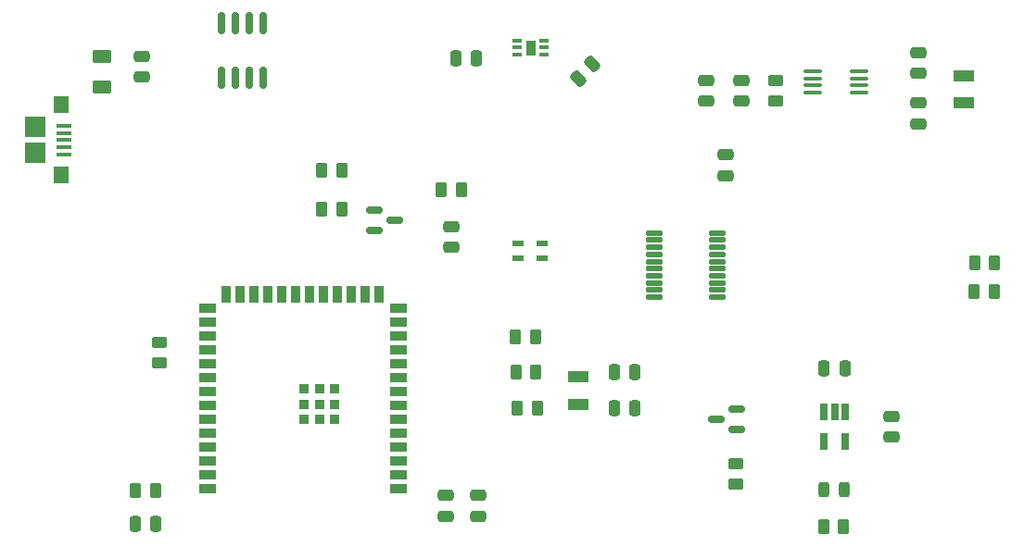
<source format=gtp>
G04 #@! TF.GenerationSoftware,KiCad,Pcbnew,6.0.11-2627ca5db0~126~ubuntu20.04.1*
G04 #@! TF.CreationDate,2023-04-04T17:10:52-04:00*
G04 #@! TF.ProjectId,water_meter,77617465-725f-46d6-9574-65722e6b6963,rev?*
G04 #@! TF.SameCoordinates,Original*
G04 #@! TF.FileFunction,Paste,Top*
G04 #@! TF.FilePolarity,Positive*
%FSLAX46Y46*%
G04 Gerber Fmt 4.6, Leading zero omitted, Abs format (unit mm)*
G04 Created by KiCad (PCBNEW 6.0.11-2627ca5db0~126~ubuntu20.04.1) date 2023-04-04 17:10:52*
%MOMM*%
%LPD*%
G01*
G04 APERTURE LIST*
G04 Aperture macros list*
%AMRoundRect*
0 Rectangle with rounded corners*
0 $1 Rounding radius*
0 $2 $3 $4 $5 $6 $7 $8 $9 X,Y pos of 4 corners*
0 Add a 4 corners polygon primitive as box body*
4,1,4,$2,$3,$4,$5,$6,$7,$8,$9,$2,$3,0*
0 Add four circle primitives for the rounded corners*
1,1,$1+$1,$2,$3*
1,1,$1+$1,$4,$5*
1,1,$1+$1,$6,$7*
1,1,$1+$1,$8,$9*
0 Add four rect primitives between the rounded corners*
20,1,$1+$1,$2,$3,$4,$5,0*
20,1,$1+$1,$4,$5,$6,$7,0*
20,1,$1+$1,$6,$7,$8,$9,0*
20,1,$1+$1,$8,$9,$2,$3,0*%
G04 Aperture macros list end*
%ADD10C,0.010000*%
%ADD11RoundRect,0.150000X-0.150000X0.825000X-0.150000X-0.825000X0.150000X-0.825000X0.150000X0.825000X0*%
%ADD12R,1.500000X0.900000*%
%ADD13R,0.900000X1.500000*%
%ADD14R,0.900000X0.900000*%
%ADD15RoundRect,0.020500X-0.719500X-0.184500X0.719500X-0.184500X0.719500X0.184500X-0.719500X0.184500X0*%
%ADD16RoundRect,0.250000X-0.625000X0.375000X-0.625000X-0.375000X0.625000X-0.375000X0.625000X0.375000X0*%
%ADD17RoundRect,0.243750X-0.243750X-0.456250X0.243750X-0.456250X0.243750X0.456250X-0.243750X0.456250X0*%
%ADD18R,1.900000X1.100000*%
%ADD19RoundRect,0.250000X-0.262500X-0.450000X0.262500X-0.450000X0.262500X0.450000X-0.262500X0.450000X0*%
%ADD20RoundRect,0.250000X0.262500X0.450000X-0.262500X0.450000X-0.262500X-0.450000X0.262500X-0.450000X0*%
%ADD21RoundRect,0.250000X0.450000X-0.262500X0.450000X0.262500X-0.450000X0.262500X-0.450000X-0.262500X0*%
%ADD22RoundRect,0.250000X-0.450000X0.262500X-0.450000X-0.262500X0.450000X-0.262500X0.450000X0.262500X0*%
%ADD23RoundRect,0.250000X-0.475000X0.250000X-0.475000X-0.250000X0.475000X-0.250000X0.475000X0.250000X0*%
%ADD24RoundRect,0.250000X0.475000X-0.250000X0.475000X0.250000X-0.475000X0.250000X-0.475000X-0.250000X0*%
%ADD25RoundRect,0.250000X0.159099X-0.512652X0.512652X-0.159099X-0.159099X0.512652X-0.512652X0.159099X0*%
%ADD26RoundRect,0.250000X0.250000X0.475000X-0.250000X0.475000X-0.250000X-0.475000X0.250000X-0.475000X0*%
%ADD27RoundRect,0.250000X-0.250000X-0.475000X0.250000X-0.475000X0.250000X0.475000X-0.250000X0.475000X0*%
%ADD28R,1.000000X0.600000*%
%ADD29RoundRect,0.150000X-0.587500X-0.150000X0.587500X-0.150000X0.587500X0.150000X-0.587500X0.150000X0*%
%ADD30RoundRect,0.012800X0.357200X0.147200X-0.357200X0.147200X-0.357200X-0.147200X0.357200X-0.147200X0*%
%ADD31R,1.350000X0.400000*%
%ADD32R,1.400000X1.600000*%
%ADD33R,1.900000X1.900000*%
%ADD34R,0.650000X1.560000*%
%ADD35RoundRect,0.150000X0.587500X0.150000X-0.587500X0.150000X-0.587500X-0.150000X0.587500X-0.150000X0*%
%ADD36RoundRect,0.100000X0.712500X0.100000X-0.712500X0.100000X-0.712500X-0.100000X0.712500X-0.100000X0*%
G04 APERTURE END LIST*
G36*
X157760000Y-98870000D02*
G01*
X156940000Y-98870000D01*
X156940000Y-97610000D01*
X157760000Y-97610000D01*
X157760000Y-98870000D01*
G37*
D10*
X157760000Y-98870000D02*
X156940000Y-98870000D01*
X156940000Y-97610000D01*
X157760000Y-97610000D01*
X157760000Y-98870000D01*
D11*
X132905000Y-96025000D03*
X131635000Y-96025000D03*
X130365000Y-96025000D03*
X129095000Y-96025000D03*
X129095000Y-100975000D03*
X130365000Y-100975000D03*
X131635000Y-100975000D03*
X132905000Y-100975000D03*
D12*
X145310000Y-138590000D03*
X145310000Y-137320000D03*
X145310000Y-136050000D03*
X145310000Y-134780000D03*
X145310000Y-133510000D03*
X145310000Y-132240000D03*
X145310000Y-130970000D03*
X145310000Y-129700000D03*
X145310000Y-128430000D03*
X145310000Y-127160000D03*
X145310000Y-125890000D03*
X145310000Y-124620000D03*
X145310000Y-123350000D03*
X145310000Y-122080000D03*
D13*
X143545000Y-120830000D03*
X142275000Y-120830000D03*
X141005000Y-120830000D03*
X139735000Y-120830000D03*
X138465000Y-120830000D03*
X137195000Y-120830000D03*
X135925000Y-120830000D03*
X134655000Y-120830000D03*
X133385000Y-120830000D03*
X132115000Y-120830000D03*
X130845000Y-120830000D03*
X129575000Y-120830000D03*
D12*
X127810000Y-122080000D03*
X127810000Y-123350000D03*
X127810000Y-124620000D03*
X127810000Y-125890000D03*
X127810000Y-127160000D03*
X127810000Y-128430000D03*
X127810000Y-129700000D03*
X127810000Y-130970000D03*
X127810000Y-132240000D03*
X127810000Y-133510000D03*
X127810000Y-134780000D03*
X127810000Y-136050000D03*
X127810000Y-137320000D03*
X127810000Y-138590000D03*
D14*
X139460000Y-130870000D03*
X138060000Y-129470000D03*
X138060000Y-132270000D03*
X139460000Y-132270000D03*
X136660000Y-129470000D03*
X136660000Y-130870000D03*
X136660000Y-132270000D03*
X139460000Y-129470000D03*
X138060000Y-130870000D03*
D15*
X168685000Y-115225000D03*
X168685000Y-115875000D03*
X168685000Y-116525000D03*
X168685000Y-117175000D03*
X168685000Y-117825000D03*
X168685000Y-118475000D03*
X168685000Y-119125000D03*
X168685000Y-119775000D03*
X168685000Y-120425000D03*
X168685000Y-121075000D03*
X174415000Y-121075000D03*
X174415000Y-120425000D03*
X174415000Y-119775000D03*
X174415000Y-119125000D03*
X174415000Y-118475000D03*
X174415000Y-117825000D03*
X174415000Y-117175000D03*
X174415000Y-116525000D03*
X174415000Y-115875000D03*
X174415000Y-115225000D03*
D16*
X118225750Y-99060000D03*
X118225750Y-101860000D03*
D17*
X184152500Y-138730000D03*
X186027500Y-138730000D03*
D18*
X161742500Y-128365000D03*
X161742500Y-130865000D03*
X196940000Y-100825000D03*
X196940000Y-103325000D03*
D19*
X138279500Y-113030000D03*
X140104500Y-113030000D03*
D20*
X140104500Y-109474000D03*
X138279500Y-109474000D03*
X151026500Y-111252000D03*
X149201500Y-111252000D03*
D21*
X176140000Y-138162500D03*
X176140000Y-136337500D03*
X123420000Y-127052500D03*
X123420000Y-125227500D03*
D22*
X179730000Y-101302500D03*
X179730000Y-103127500D03*
D19*
X197907500Y-120600000D03*
X199732500Y-120600000D03*
X184127500Y-142050000D03*
X185952500Y-142050000D03*
X197927500Y-117990000D03*
X199752500Y-117990000D03*
X155957500Y-124710000D03*
X157782500Y-124710000D03*
X156030000Y-127965000D03*
X157855000Y-127965000D03*
X156130000Y-131265000D03*
X157955000Y-131265000D03*
X121280000Y-138760000D03*
X123105000Y-138760000D03*
D23*
X175200000Y-108060000D03*
X175200000Y-109960000D03*
D24*
X150114000Y-116520000D03*
X150114000Y-114620000D03*
D23*
X176590000Y-101265000D03*
X176590000Y-103165000D03*
X192790000Y-98690000D03*
X192790000Y-100590000D03*
D25*
X161678249Y-101061751D03*
X163021751Y-99718249D03*
D26*
X152420000Y-99210000D03*
X150520000Y-99210000D03*
D24*
X190360000Y-133870000D03*
X190360000Y-131970000D03*
D26*
X186090000Y-127620000D03*
X184190000Y-127620000D03*
D23*
X173370000Y-101265000D03*
X173370000Y-103165000D03*
D24*
X192800000Y-105240000D03*
X192800000Y-103340000D03*
D23*
X152590000Y-139220000D03*
X152590000Y-141120000D03*
D24*
X121850000Y-100940000D03*
X121850000Y-99040000D03*
D23*
X149590000Y-139220000D03*
X149590000Y-141120000D03*
D27*
X121242500Y-141840000D03*
X123142500Y-141840000D03*
D26*
X166892500Y-127910000D03*
X164992500Y-127910000D03*
X166892500Y-131240000D03*
X164992500Y-131240000D03*
D28*
X156250000Y-117500000D03*
X156250000Y-116200000D03*
X158450000Y-116200000D03*
X158450000Y-117500000D03*
D29*
X143080500Y-113096000D03*
X143080500Y-114996000D03*
X144955500Y-114046000D03*
D30*
X158595000Y-98890000D03*
X158595000Y-98240000D03*
X158595000Y-97590000D03*
X156105000Y-97590000D03*
X156105000Y-98240000D03*
X156105000Y-98890000D03*
D31*
X114737500Y-105405750D03*
X114737500Y-106055750D03*
X114737500Y-106705750D03*
X114737500Y-107355750D03*
X114737500Y-108005750D03*
D32*
X114512500Y-103505750D03*
X114512500Y-109905750D03*
D33*
X112062500Y-107905750D03*
X112062500Y-105505750D03*
D34*
X186090000Y-131570000D03*
X185140000Y-131570000D03*
X184190000Y-131570000D03*
X184190000Y-134270000D03*
X186090000Y-134270000D03*
D35*
X174292500Y-132270000D03*
X176167500Y-131320000D03*
X176167500Y-133220000D03*
D36*
X187402500Y-102360000D03*
X187402500Y-101710000D03*
X187402500Y-101060000D03*
X187402500Y-100410000D03*
X183177500Y-100410000D03*
X183177500Y-101060000D03*
X183177500Y-101710000D03*
X183177500Y-102360000D03*
M02*

</source>
